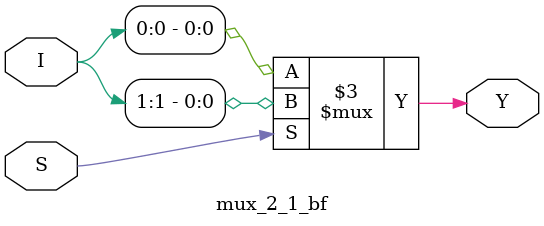
<source format=sv>
module mux_2_1_bf(Y,I,S);
  input [1:0] I;
  input S;
  output reg Y;
  
  always @(*)
    begin
      if(S)
        Y=I[1];
      else
        Y=I[0];
    end
endmodule

</source>
